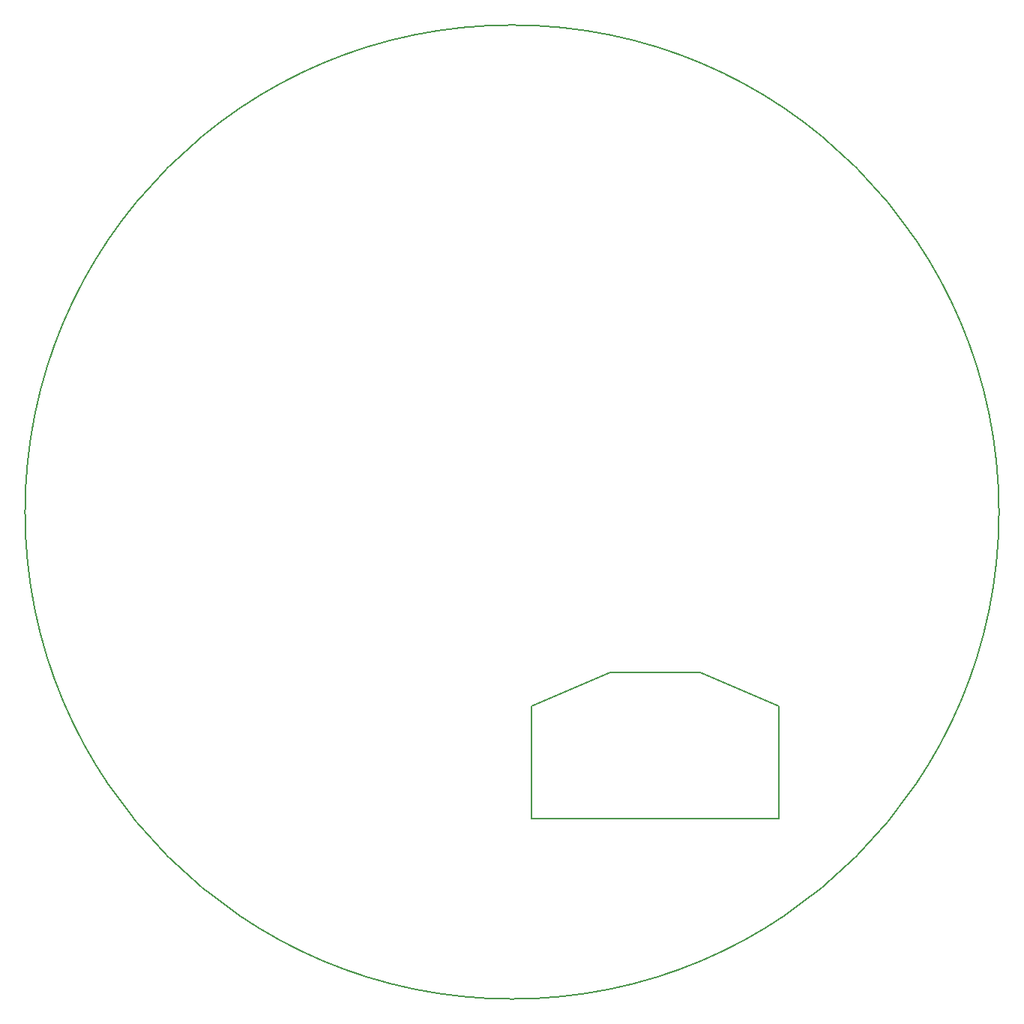
<source format=gbr>
%TF.GenerationSoftware,KiCad,Pcbnew,(5.1.10)-1*%
%TF.CreationDate,2021-09-15T08:26:03+02:00*%
%TF.ProjectId,Light_trainer,4c696768-745f-4747-9261-696e65722e6b,rev?*%
%TF.SameCoordinates,Original*%
%TF.FileFunction,Profile,NP*%
%FSLAX46Y46*%
G04 Gerber Fmt 4.6, Leading zero omitted, Abs format (unit mm)*
G04 Created by KiCad (PCBNEW (5.1.10)-1) date 2021-09-15 08:26:03*
%MOMM*%
%LPD*%
G01*
G04 APERTURE LIST*
%TA.AperFunction,Profile*%
%ADD10C,0.150000*%
%TD*%
G04 APERTURE END LIST*
D10*
X195000000Y-100000000D02*
G75*
G03*
X195000000Y-100000000I-55000000J0D01*
G01*
X170180000Y-134620000D02*
X170180000Y-121920000D01*
X142240000Y-134620000D02*
X170180000Y-134620000D01*
X142240000Y-132080000D02*
X142240000Y-134620000D01*
X161290000Y-118110000D02*
X170180000Y-121920000D01*
X151130000Y-118110000D02*
X161290000Y-118110000D01*
X142240000Y-121920000D02*
X151130000Y-118110000D01*
X142240000Y-132080000D02*
X142240000Y-121920000D01*
M02*

</source>
